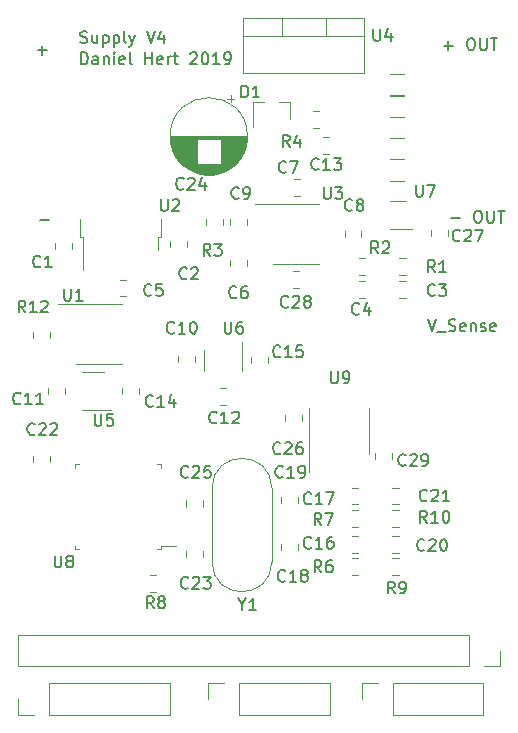
<source format=gto>
G04 #@! TF.GenerationSoftware,KiCad,Pcbnew,(5.1.2)-2*
G04 #@! TF.CreationDate,2019-09-22T20:35:15+02:00*
G04 #@! TF.ProjectId,PowerSupply,506f7765-7253-4757-9070-6c792e6b6963,rev?*
G04 #@! TF.SameCoordinates,Original*
G04 #@! TF.FileFunction,Legend,Top*
G04 #@! TF.FilePolarity,Positive*
%FSLAX46Y46*%
G04 Gerber Fmt 4.6, Leading zero omitted, Abs format (unit mm)*
G04 Created by KiCad (PCBNEW (5.1.2)-2) date 2019-09-22 20:35:15*
%MOMM*%
%LPD*%
G04 APERTURE LIST*
%ADD10C,0.150000*%
%ADD11C,0.120000*%
G04 APERTURE END LIST*
D10*
X78619047Y-81271428D02*
X79380952Y-81271428D01*
X113409523Y-81071428D02*
X114171428Y-81071428D01*
X115600000Y-80452380D02*
X115790476Y-80452380D01*
X115885714Y-80500000D01*
X115980952Y-80595238D01*
X116028571Y-80785714D01*
X116028571Y-81119047D01*
X115980952Y-81309523D01*
X115885714Y-81404761D01*
X115790476Y-81452380D01*
X115600000Y-81452380D01*
X115504761Y-81404761D01*
X115409523Y-81309523D01*
X115361904Y-81119047D01*
X115361904Y-80785714D01*
X115409523Y-80595238D01*
X115504761Y-80500000D01*
X115600000Y-80452380D01*
X116457142Y-80452380D02*
X116457142Y-81261904D01*
X116504761Y-81357142D01*
X116552380Y-81404761D01*
X116647619Y-81452380D01*
X116838095Y-81452380D01*
X116933333Y-81404761D01*
X116980952Y-81357142D01*
X117028571Y-81261904D01*
X117028571Y-80452380D01*
X117361904Y-80452380D02*
X117933333Y-80452380D01*
X117647619Y-81452380D02*
X117647619Y-80452380D01*
X111495238Y-89652380D02*
X111828571Y-90652380D01*
X112161904Y-89652380D01*
X112257142Y-90747619D02*
X113019047Y-90747619D01*
X113209523Y-90604761D02*
X113352380Y-90652380D01*
X113590476Y-90652380D01*
X113685714Y-90604761D01*
X113733333Y-90557142D01*
X113780952Y-90461904D01*
X113780952Y-90366666D01*
X113733333Y-90271428D01*
X113685714Y-90223809D01*
X113590476Y-90176190D01*
X113400000Y-90128571D01*
X113304761Y-90080952D01*
X113257142Y-90033333D01*
X113209523Y-89938095D01*
X113209523Y-89842857D01*
X113257142Y-89747619D01*
X113304761Y-89700000D01*
X113400000Y-89652380D01*
X113638095Y-89652380D01*
X113780952Y-89700000D01*
X114590476Y-90604761D02*
X114495238Y-90652380D01*
X114304761Y-90652380D01*
X114209523Y-90604761D01*
X114161904Y-90509523D01*
X114161904Y-90128571D01*
X114209523Y-90033333D01*
X114304761Y-89985714D01*
X114495238Y-89985714D01*
X114590476Y-90033333D01*
X114638095Y-90128571D01*
X114638095Y-90223809D01*
X114161904Y-90319047D01*
X115066666Y-89985714D02*
X115066666Y-90652380D01*
X115066666Y-90080952D02*
X115114285Y-90033333D01*
X115209523Y-89985714D01*
X115352380Y-89985714D01*
X115447619Y-90033333D01*
X115495238Y-90128571D01*
X115495238Y-90652380D01*
X115923809Y-90604761D02*
X116019047Y-90652380D01*
X116209523Y-90652380D01*
X116304761Y-90604761D01*
X116352380Y-90509523D01*
X116352380Y-90461904D01*
X116304761Y-90366666D01*
X116209523Y-90319047D01*
X116066666Y-90319047D01*
X115971428Y-90271428D01*
X115923809Y-90176190D01*
X115923809Y-90128571D01*
X115971428Y-90033333D01*
X116066666Y-89985714D01*
X116209523Y-89985714D01*
X116304761Y-90033333D01*
X117161904Y-90604761D02*
X117066666Y-90652380D01*
X116876190Y-90652380D01*
X116780952Y-90604761D01*
X116733333Y-90509523D01*
X116733333Y-90128571D01*
X116780952Y-90033333D01*
X116876190Y-89985714D01*
X117066666Y-89985714D01*
X117161904Y-90033333D01*
X117209523Y-90128571D01*
X117209523Y-90223809D01*
X116733333Y-90319047D01*
X112809523Y-66471428D02*
X113571428Y-66471428D01*
X113190476Y-66852380D02*
X113190476Y-66090476D01*
X115000000Y-65852380D02*
X115190476Y-65852380D01*
X115285714Y-65900000D01*
X115380952Y-65995238D01*
X115428571Y-66185714D01*
X115428571Y-66519047D01*
X115380952Y-66709523D01*
X115285714Y-66804761D01*
X115190476Y-66852380D01*
X115000000Y-66852380D01*
X114904761Y-66804761D01*
X114809523Y-66709523D01*
X114761904Y-66519047D01*
X114761904Y-66185714D01*
X114809523Y-65995238D01*
X114904761Y-65900000D01*
X115000000Y-65852380D01*
X115857142Y-65852380D02*
X115857142Y-66661904D01*
X115904761Y-66757142D01*
X115952380Y-66804761D01*
X116047619Y-66852380D01*
X116238095Y-66852380D01*
X116333333Y-66804761D01*
X116380952Y-66757142D01*
X116428571Y-66661904D01*
X116428571Y-65852380D01*
X116761904Y-65852380D02*
X117333333Y-65852380D01*
X117047619Y-66852380D02*
X117047619Y-65852380D01*
X78419047Y-66871428D02*
X79180952Y-66871428D01*
X78800000Y-67252380D02*
X78800000Y-66490476D01*
X82090476Y-68052380D02*
X82090476Y-67052380D01*
X82328571Y-67052380D01*
X82471428Y-67100000D01*
X82566666Y-67195238D01*
X82614285Y-67290476D01*
X82661904Y-67480952D01*
X82661904Y-67623809D01*
X82614285Y-67814285D01*
X82566666Y-67909523D01*
X82471428Y-68004761D01*
X82328571Y-68052380D01*
X82090476Y-68052380D01*
X83519047Y-68052380D02*
X83519047Y-67528571D01*
X83471428Y-67433333D01*
X83376190Y-67385714D01*
X83185714Y-67385714D01*
X83090476Y-67433333D01*
X83519047Y-68004761D02*
X83423809Y-68052380D01*
X83185714Y-68052380D01*
X83090476Y-68004761D01*
X83042857Y-67909523D01*
X83042857Y-67814285D01*
X83090476Y-67719047D01*
X83185714Y-67671428D01*
X83423809Y-67671428D01*
X83519047Y-67623809D01*
X83995238Y-67385714D02*
X83995238Y-68052380D01*
X83995238Y-67480952D02*
X84042857Y-67433333D01*
X84138095Y-67385714D01*
X84280952Y-67385714D01*
X84376190Y-67433333D01*
X84423809Y-67528571D01*
X84423809Y-68052380D01*
X84900000Y-68052380D02*
X84900000Y-67385714D01*
X84900000Y-67052380D02*
X84852380Y-67100000D01*
X84900000Y-67147619D01*
X84947619Y-67100000D01*
X84900000Y-67052380D01*
X84900000Y-67147619D01*
X85757142Y-68004761D02*
X85661904Y-68052380D01*
X85471428Y-68052380D01*
X85376190Y-68004761D01*
X85328571Y-67909523D01*
X85328571Y-67528571D01*
X85376190Y-67433333D01*
X85471428Y-67385714D01*
X85661904Y-67385714D01*
X85757142Y-67433333D01*
X85804761Y-67528571D01*
X85804761Y-67623809D01*
X85328571Y-67719047D01*
X86376190Y-68052380D02*
X86280952Y-68004761D01*
X86233333Y-67909523D01*
X86233333Y-67052380D01*
X87519047Y-68052380D02*
X87519047Y-67052380D01*
X87519047Y-67528571D02*
X88090476Y-67528571D01*
X88090476Y-68052380D02*
X88090476Y-67052380D01*
X88947619Y-68004761D02*
X88852380Y-68052380D01*
X88661904Y-68052380D01*
X88566666Y-68004761D01*
X88519047Y-67909523D01*
X88519047Y-67528571D01*
X88566666Y-67433333D01*
X88661904Y-67385714D01*
X88852380Y-67385714D01*
X88947619Y-67433333D01*
X88995238Y-67528571D01*
X88995238Y-67623809D01*
X88519047Y-67719047D01*
X89423809Y-68052380D02*
X89423809Y-67385714D01*
X89423809Y-67576190D02*
X89471428Y-67480952D01*
X89519047Y-67433333D01*
X89614285Y-67385714D01*
X89709523Y-67385714D01*
X89900000Y-67385714D02*
X90280952Y-67385714D01*
X90042857Y-67052380D02*
X90042857Y-67909523D01*
X90090476Y-68004761D01*
X90185714Y-68052380D01*
X90280952Y-68052380D01*
X91328571Y-67147619D02*
X91376190Y-67100000D01*
X91471428Y-67052380D01*
X91709523Y-67052380D01*
X91804761Y-67100000D01*
X91852380Y-67147619D01*
X91900000Y-67242857D01*
X91900000Y-67338095D01*
X91852380Y-67480952D01*
X91280952Y-68052380D01*
X91900000Y-68052380D01*
X92519047Y-67052380D02*
X92614285Y-67052380D01*
X92709523Y-67100000D01*
X92757142Y-67147619D01*
X92804761Y-67242857D01*
X92852380Y-67433333D01*
X92852380Y-67671428D01*
X92804761Y-67861904D01*
X92757142Y-67957142D01*
X92709523Y-68004761D01*
X92614285Y-68052380D01*
X92519047Y-68052380D01*
X92423809Y-68004761D01*
X92376190Y-67957142D01*
X92328571Y-67861904D01*
X92280952Y-67671428D01*
X92280952Y-67433333D01*
X92328571Y-67242857D01*
X92376190Y-67147619D01*
X92423809Y-67100000D01*
X92519047Y-67052380D01*
X93804761Y-68052380D02*
X93233333Y-68052380D01*
X93519047Y-68052380D02*
X93519047Y-67052380D01*
X93423809Y-67195238D01*
X93328571Y-67290476D01*
X93233333Y-67338095D01*
X94280952Y-68052380D02*
X94471428Y-68052380D01*
X94566666Y-68004761D01*
X94614285Y-67957142D01*
X94709523Y-67814285D01*
X94757142Y-67623809D01*
X94757142Y-67242857D01*
X94709523Y-67147619D01*
X94661904Y-67100000D01*
X94566666Y-67052380D01*
X94376190Y-67052380D01*
X94280952Y-67100000D01*
X94233333Y-67147619D01*
X94185714Y-67242857D01*
X94185714Y-67480952D01*
X94233333Y-67576190D01*
X94280952Y-67623809D01*
X94376190Y-67671428D01*
X94566666Y-67671428D01*
X94661904Y-67623809D01*
X94709523Y-67576190D01*
X94757142Y-67480952D01*
X82028571Y-66204761D02*
X82171428Y-66252380D01*
X82409523Y-66252380D01*
X82504761Y-66204761D01*
X82552380Y-66157142D01*
X82600000Y-66061904D01*
X82600000Y-65966666D01*
X82552380Y-65871428D01*
X82504761Y-65823809D01*
X82409523Y-65776190D01*
X82219047Y-65728571D01*
X82123809Y-65680952D01*
X82076190Y-65633333D01*
X82028571Y-65538095D01*
X82028571Y-65442857D01*
X82076190Y-65347619D01*
X82123809Y-65300000D01*
X82219047Y-65252380D01*
X82457142Y-65252380D01*
X82600000Y-65300000D01*
X83457142Y-65585714D02*
X83457142Y-66252380D01*
X83028571Y-65585714D02*
X83028571Y-66109523D01*
X83076190Y-66204761D01*
X83171428Y-66252380D01*
X83314285Y-66252380D01*
X83409523Y-66204761D01*
X83457142Y-66157142D01*
X83933333Y-65585714D02*
X83933333Y-66585714D01*
X83933333Y-65633333D02*
X84028571Y-65585714D01*
X84219047Y-65585714D01*
X84314285Y-65633333D01*
X84361904Y-65680952D01*
X84409523Y-65776190D01*
X84409523Y-66061904D01*
X84361904Y-66157142D01*
X84314285Y-66204761D01*
X84219047Y-66252380D01*
X84028571Y-66252380D01*
X83933333Y-66204761D01*
X84838095Y-65585714D02*
X84838095Y-66585714D01*
X84838095Y-65633333D02*
X84933333Y-65585714D01*
X85123809Y-65585714D01*
X85219047Y-65633333D01*
X85266666Y-65680952D01*
X85314285Y-65776190D01*
X85314285Y-66061904D01*
X85266666Y-66157142D01*
X85219047Y-66204761D01*
X85123809Y-66252380D01*
X84933333Y-66252380D01*
X84838095Y-66204761D01*
X85885714Y-66252380D02*
X85790476Y-66204761D01*
X85742857Y-66109523D01*
X85742857Y-65252380D01*
X86171428Y-65585714D02*
X86409523Y-66252380D01*
X86647619Y-65585714D02*
X86409523Y-66252380D01*
X86314285Y-66490476D01*
X86266666Y-66538095D01*
X86171428Y-66585714D01*
X87647619Y-65252380D02*
X87980952Y-66252380D01*
X88314285Y-65252380D01*
X89076190Y-65585714D02*
X89076190Y-66252380D01*
X88838095Y-65204761D02*
X88600000Y-65919047D01*
X89219047Y-65919047D01*
D11*
X108200000Y-81960000D02*
X110100000Y-81960000D01*
X109600000Y-79640000D02*
X108200000Y-79640000D01*
X101741422Y-73410000D02*
X102258578Y-73410000D01*
X101741422Y-71990000D02*
X102258578Y-71990000D01*
X79890000Y-83658578D02*
X79890000Y-83141422D01*
X81310000Y-83658578D02*
X81310000Y-83141422D01*
X91010000Y-83558578D02*
X91010000Y-83041422D01*
X89590000Y-83558578D02*
X89590000Y-83041422D01*
X109041422Y-87810000D02*
X109558578Y-87810000D01*
X109041422Y-86390000D02*
X109558578Y-86390000D01*
X106158578Y-84490000D02*
X105641422Y-84490000D01*
X106158578Y-85910000D02*
X105641422Y-85910000D01*
X85341422Y-87710000D02*
X85858578Y-87710000D01*
X85341422Y-86290000D02*
X85858578Y-86290000D01*
X96110000Y-84603922D02*
X96110000Y-85121078D01*
X94690000Y-84603922D02*
X94690000Y-85121078D01*
X100658578Y-79210000D02*
X100141422Y-79210000D01*
X100658578Y-77790000D02*
X100141422Y-77790000D01*
X104390000Y-82141422D02*
X104390000Y-82658578D01*
X105810000Y-82141422D02*
X105810000Y-82658578D01*
X94690000Y-81141422D02*
X94690000Y-81658578D01*
X96110000Y-81141422D02*
X96110000Y-81658578D01*
X90290000Y-93258578D02*
X90290000Y-92741422D01*
X91710000Y-93258578D02*
X91710000Y-92741422D01*
X80710000Y-95441422D02*
X80710000Y-95958578D01*
X79290000Y-95441422D02*
X79290000Y-95958578D01*
X93841422Y-95490000D02*
X94358578Y-95490000D01*
X93841422Y-96910000D02*
X94358578Y-96910000D01*
X103096078Y-74190000D02*
X102578922Y-74190000D01*
X103096078Y-75610000D02*
X102578922Y-75610000D01*
X85590000Y-95478922D02*
X85590000Y-95996078D01*
X87010000Y-95478922D02*
X87010000Y-95996078D01*
X97910000Y-93358578D02*
X97910000Y-92841422D01*
X96490000Y-93358578D02*
X96490000Y-92841422D01*
X105041422Y-109890000D02*
X105558578Y-109890000D01*
X105041422Y-111310000D02*
X105558578Y-111310000D01*
X105041422Y-105790000D02*
X105558578Y-105790000D01*
X105041422Y-107210000D02*
X105558578Y-107210000D01*
X100410000Y-109196078D02*
X100410000Y-108678922D01*
X98990000Y-109196078D02*
X98990000Y-108678922D01*
X100410000Y-104678922D02*
X100410000Y-105196078D01*
X98990000Y-104678922D02*
X98990000Y-105196078D01*
X108441422Y-109890000D02*
X108958578Y-109890000D01*
X108441422Y-111310000D02*
X108958578Y-111310000D01*
X108441422Y-105790000D02*
X108958578Y-105790000D01*
X108441422Y-107210000D02*
X108958578Y-107210000D01*
X77990000Y-101758578D02*
X77990000Y-101241422D01*
X79410000Y-101758578D02*
X79410000Y-101241422D01*
X90990000Y-109241422D02*
X90990000Y-109758578D01*
X92410000Y-109241422D02*
X92410000Y-109758578D01*
X92410000Y-104978922D02*
X92410000Y-105496078D01*
X90990000Y-104978922D02*
X90990000Y-105496078D01*
X99390000Y-97741422D02*
X99390000Y-98258578D01*
X100810000Y-97741422D02*
X100810000Y-98258578D01*
X99780000Y-71240000D02*
X98850000Y-71240000D01*
X96620000Y-71240000D02*
X97550000Y-71240000D01*
X96620000Y-71240000D02*
X96620000Y-73400000D01*
X99780000Y-71240000D02*
X99780000Y-72700000D01*
X89590000Y-123130000D02*
X89590000Y-120470000D01*
X79370000Y-123130000D02*
X89590000Y-123130000D01*
X79370000Y-120470000D02*
X89590000Y-120470000D01*
X79370000Y-123130000D02*
X79370000Y-120470000D01*
X78100000Y-123130000D02*
X76770000Y-123130000D01*
X76770000Y-123130000D02*
X76770000Y-121800000D01*
X108470000Y-123130000D02*
X108470000Y-120470000D01*
X108470000Y-123130000D02*
X116150000Y-123130000D01*
X116150000Y-123130000D02*
X116150000Y-120470000D01*
X108470000Y-120470000D02*
X116150000Y-120470000D01*
X105870000Y-120470000D02*
X107200000Y-120470000D01*
X105870000Y-121800000D02*
X105870000Y-120470000D01*
X92870000Y-121800000D02*
X92870000Y-120470000D01*
X92870000Y-120470000D02*
X94200000Y-120470000D01*
X95470000Y-120470000D02*
X103150000Y-120470000D01*
X103150000Y-123130000D02*
X103150000Y-120470000D01*
X95470000Y-123130000D02*
X103150000Y-123130000D01*
X95470000Y-123130000D02*
X95470000Y-120470000D01*
X114930000Y-116370000D02*
X114930000Y-119030000D01*
X114930000Y-116370000D02*
X76770000Y-116370000D01*
X76770000Y-116370000D02*
X76770000Y-119030000D01*
X114930000Y-119030000D02*
X76770000Y-119030000D01*
X117530000Y-119030000D02*
X116200000Y-119030000D01*
X117530000Y-117700000D02*
X117530000Y-119030000D01*
X109041422Y-84490000D02*
X109558578Y-84490000D01*
X109041422Y-85910000D02*
X109558578Y-85910000D01*
X105641422Y-87810000D02*
X106158578Y-87810000D01*
X105641422Y-86390000D02*
X106158578Y-86390000D01*
X92690000Y-81658578D02*
X92690000Y-81141422D01*
X94110000Y-81658578D02*
X94110000Y-81141422D01*
X105558578Y-107990000D02*
X105041422Y-107990000D01*
X105558578Y-109410000D02*
X105041422Y-109410000D01*
X105558578Y-103890000D02*
X105041422Y-103890000D01*
X105558578Y-105310000D02*
X105041422Y-105310000D01*
X88458578Y-111290000D02*
X87941422Y-111290000D01*
X88458578Y-112710000D02*
X87941422Y-112710000D01*
X108958578Y-109410000D02*
X108441422Y-109410000D01*
X108958578Y-107990000D02*
X108441422Y-107990000D01*
X108958578Y-105310000D02*
X108441422Y-105310000D01*
X108958578Y-103890000D02*
X108441422Y-103890000D01*
X79410000Y-91258578D02*
X79410000Y-90741422D01*
X77990000Y-91258578D02*
X77990000Y-90741422D01*
X83600000Y-88340000D02*
X80150000Y-88340000D01*
X83600000Y-88340000D02*
X85550000Y-88340000D01*
X83600000Y-93460000D02*
X81650000Y-93460000D01*
X83600000Y-93460000D02*
X85550000Y-93460000D01*
X81950000Y-81170000D02*
X81950000Y-82670000D01*
X81950000Y-82670000D02*
X82220000Y-82670000D01*
X82220000Y-82670000D02*
X82220000Y-85500000D01*
X88850000Y-81170000D02*
X88850000Y-82670000D01*
X88850000Y-82670000D02*
X88580000Y-82670000D01*
X88580000Y-82670000D02*
X88580000Y-83770000D01*
X100300000Y-84960000D02*
X102250000Y-84960000D01*
X100300000Y-84960000D02*
X98350000Y-84960000D01*
X100300000Y-79840000D02*
X102250000Y-79840000D01*
X100300000Y-79840000D02*
X96850000Y-79840000D01*
X95820000Y-64130000D02*
X106060000Y-64130000D01*
X95820000Y-68771000D02*
X106060000Y-68771000D01*
X95820000Y-64130000D02*
X95820000Y-68771000D01*
X106060000Y-64130000D02*
X106060000Y-68771000D01*
X95820000Y-65640000D02*
X106060000Y-65640000D01*
X99090000Y-64130000D02*
X99090000Y-65640000D01*
X102791000Y-64130000D02*
X102791000Y-65640000D01*
X84000000Y-94090000D02*
X82200000Y-94090000D01*
X82200000Y-97310000D02*
X84650000Y-97310000D01*
X92490000Y-92200000D02*
X92490000Y-94000000D01*
X95710000Y-94000000D02*
X95710000Y-91550000D01*
X81890000Y-101890000D02*
X81590000Y-101890000D01*
X81590000Y-101890000D02*
X81590000Y-102190000D01*
X88510000Y-101890000D02*
X88810000Y-101890000D01*
X88810000Y-101890000D02*
X88810000Y-102190000D01*
X81890000Y-109110000D02*
X81590000Y-109110000D01*
X81590000Y-109110000D02*
X81590000Y-108810000D01*
X88510000Y-109110000D02*
X88810000Y-109110000D01*
X88810000Y-109110000D02*
X88810000Y-108810000D01*
X88810000Y-108810000D02*
X90125000Y-108810000D01*
X106460000Y-99100000D02*
X106460000Y-97150000D01*
X106460000Y-99100000D02*
X106460000Y-101050000D01*
X101340000Y-99100000D02*
X101340000Y-97150000D01*
X101340000Y-99100000D02*
X101340000Y-102550000D01*
X93175000Y-110185000D02*
X93175000Y-103935000D01*
X98225000Y-110185000D02*
X98225000Y-103935000D01*
X98225000Y-110185000D02*
G75*
G02X93175000Y-110185000I-2525000J0D01*
G01*
X98225000Y-103935000D02*
G75*
G03X93175000Y-103935000I-2525000J0D01*
G01*
X113110000Y-82103922D02*
X113110000Y-82621078D01*
X111690000Y-82103922D02*
X111690000Y-82621078D01*
X109402064Y-72510000D02*
X108197936Y-72510000D01*
X109402064Y-70690000D02*
X108197936Y-70690000D01*
X109402064Y-68890000D02*
X108197936Y-68890000D01*
X109402064Y-70710000D02*
X108197936Y-70710000D01*
X109402064Y-72490000D02*
X108197936Y-72490000D01*
X109402064Y-74310000D02*
X108197936Y-74310000D01*
X109402064Y-76110000D02*
X108197936Y-76110000D01*
X109402064Y-74290000D02*
X108197936Y-74290000D01*
X109402064Y-77910000D02*
X108197936Y-77910000D01*
X109402064Y-76090000D02*
X108197936Y-76090000D01*
X100003922Y-85590000D02*
X100521078Y-85590000D01*
X100003922Y-87010000D02*
X100521078Y-87010000D01*
X106990000Y-100941422D02*
X106990000Y-101458578D01*
X108410000Y-100941422D02*
X108410000Y-101458578D01*
X96170000Y-74150000D02*
G75*
G03X96170000Y-74150000I-3270000J0D01*
G01*
X96130000Y-74150000D02*
X89670000Y-74150000D01*
X96130000Y-74190000D02*
X89670000Y-74190000D01*
X96130000Y-74230000D02*
X89670000Y-74230000D01*
X96128000Y-74270000D02*
X89672000Y-74270000D01*
X96127000Y-74310000D02*
X89673000Y-74310000D01*
X96124000Y-74350000D02*
X89676000Y-74350000D01*
X96122000Y-74390000D02*
X93940000Y-74390000D01*
X91860000Y-74390000D02*
X89678000Y-74390000D01*
X96118000Y-74430000D02*
X93940000Y-74430000D01*
X91860000Y-74430000D02*
X89682000Y-74430000D01*
X96115000Y-74470000D02*
X93940000Y-74470000D01*
X91860000Y-74470000D02*
X89685000Y-74470000D01*
X96111000Y-74510000D02*
X93940000Y-74510000D01*
X91860000Y-74510000D02*
X89689000Y-74510000D01*
X96106000Y-74550000D02*
X93940000Y-74550000D01*
X91860000Y-74550000D02*
X89694000Y-74550000D01*
X96101000Y-74590000D02*
X93940000Y-74590000D01*
X91860000Y-74590000D02*
X89699000Y-74590000D01*
X96095000Y-74630000D02*
X93940000Y-74630000D01*
X91860000Y-74630000D02*
X89705000Y-74630000D01*
X96089000Y-74670000D02*
X93940000Y-74670000D01*
X91860000Y-74670000D02*
X89711000Y-74670000D01*
X96082000Y-74710000D02*
X93940000Y-74710000D01*
X91860000Y-74710000D02*
X89718000Y-74710000D01*
X96075000Y-74750000D02*
X93940000Y-74750000D01*
X91860000Y-74750000D02*
X89725000Y-74750000D01*
X96067000Y-74790000D02*
X93940000Y-74790000D01*
X91860000Y-74790000D02*
X89733000Y-74790000D01*
X96059000Y-74830000D02*
X93940000Y-74830000D01*
X91860000Y-74830000D02*
X89741000Y-74830000D01*
X96050000Y-74871000D02*
X93940000Y-74871000D01*
X91860000Y-74871000D02*
X89750000Y-74871000D01*
X96041000Y-74911000D02*
X93940000Y-74911000D01*
X91860000Y-74911000D02*
X89759000Y-74911000D01*
X96031000Y-74951000D02*
X93940000Y-74951000D01*
X91860000Y-74951000D02*
X89769000Y-74951000D01*
X96021000Y-74991000D02*
X93940000Y-74991000D01*
X91860000Y-74991000D02*
X89779000Y-74991000D01*
X96010000Y-75031000D02*
X93940000Y-75031000D01*
X91860000Y-75031000D02*
X89790000Y-75031000D01*
X95998000Y-75071000D02*
X93940000Y-75071000D01*
X91860000Y-75071000D02*
X89802000Y-75071000D01*
X95986000Y-75111000D02*
X93940000Y-75111000D01*
X91860000Y-75111000D02*
X89814000Y-75111000D01*
X95974000Y-75151000D02*
X93940000Y-75151000D01*
X91860000Y-75151000D02*
X89826000Y-75151000D01*
X95961000Y-75191000D02*
X93940000Y-75191000D01*
X91860000Y-75191000D02*
X89839000Y-75191000D01*
X95947000Y-75231000D02*
X93940000Y-75231000D01*
X91860000Y-75231000D02*
X89853000Y-75231000D01*
X95933000Y-75271000D02*
X93940000Y-75271000D01*
X91860000Y-75271000D02*
X89867000Y-75271000D01*
X95918000Y-75311000D02*
X93940000Y-75311000D01*
X91860000Y-75311000D02*
X89882000Y-75311000D01*
X95902000Y-75351000D02*
X93940000Y-75351000D01*
X91860000Y-75351000D02*
X89898000Y-75351000D01*
X95886000Y-75391000D02*
X93940000Y-75391000D01*
X91860000Y-75391000D02*
X89914000Y-75391000D01*
X95870000Y-75431000D02*
X93940000Y-75431000D01*
X91860000Y-75431000D02*
X89930000Y-75431000D01*
X95852000Y-75471000D02*
X93940000Y-75471000D01*
X91860000Y-75471000D02*
X89948000Y-75471000D01*
X95834000Y-75511000D02*
X93940000Y-75511000D01*
X91860000Y-75511000D02*
X89966000Y-75511000D01*
X95816000Y-75551000D02*
X93940000Y-75551000D01*
X91860000Y-75551000D02*
X89984000Y-75551000D01*
X95796000Y-75591000D02*
X93940000Y-75591000D01*
X91860000Y-75591000D02*
X90004000Y-75591000D01*
X95776000Y-75631000D02*
X93940000Y-75631000D01*
X91860000Y-75631000D02*
X90024000Y-75631000D01*
X95756000Y-75671000D02*
X93940000Y-75671000D01*
X91860000Y-75671000D02*
X90044000Y-75671000D01*
X95734000Y-75711000D02*
X93940000Y-75711000D01*
X91860000Y-75711000D02*
X90066000Y-75711000D01*
X95712000Y-75751000D02*
X93940000Y-75751000D01*
X91860000Y-75751000D02*
X90088000Y-75751000D01*
X95690000Y-75791000D02*
X93940000Y-75791000D01*
X91860000Y-75791000D02*
X90110000Y-75791000D01*
X95666000Y-75831000D02*
X93940000Y-75831000D01*
X91860000Y-75831000D02*
X90134000Y-75831000D01*
X95642000Y-75871000D02*
X93940000Y-75871000D01*
X91860000Y-75871000D02*
X90158000Y-75871000D01*
X95616000Y-75911000D02*
X93940000Y-75911000D01*
X91860000Y-75911000D02*
X90184000Y-75911000D01*
X95590000Y-75951000D02*
X93940000Y-75951000D01*
X91860000Y-75951000D02*
X90210000Y-75951000D01*
X95564000Y-75991000D02*
X93940000Y-75991000D01*
X91860000Y-75991000D02*
X90236000Y-75991000D01*
X95536000Y-76031000D02*
X93940000Y-76031000D01*
X91860000Y-76031000D02*
X90264000Y-76031000D01*
X95507000Y-76071000D02*
X93940000Y-76071000D01*
X91860000Y-76071000D02*
X90293000Y-76071000D01*
X95478000Y-76111000D02*
X93940000Y-76111000D01*
X91860000Y-76111000D02*
X90322000Y-76111000D01*
X95448000Y-76151000D02*
X93940000Y-76151000D01*
X91860000Y-76151000D02*
X90352000Y-76151000D01*
X95416000Y-76191000D02*
X93940000Y-76191000D01*
X91860000Y-76191000D02*
X90384000Y-76191000D01*
X95384000Y-76231000D02*
X93940000Y-76231000D01*
X91860000Y-76231000D02*
X90416000Y-76231000D01*
X95350000Y-76271000D02*
X93940000Y-76271000D01*
X91860000Y-76271000D02*
X90450000Y-76271000D01*
X95316000Y-76311000D02*
X93940000Y-76311000D01*
X91860000Y-76311000D02*
X90484000Y-76311000D01*
X95280000Y-76351000D02*
X93940000Y-76351000D01*
X91860000Y-76351000D02*
X90520000Y-76351000D01*
X95243000Y-76391000D02*
X93940000Y-76391000D01*
X91860000Y-76391000D02*
X90557000Y-76391000D01*
X95205000Y-76431000D02*
X93940000Y-76431000D01*
X91860000Y-76431000D02*
X90595000Y-76431000D01*
X95165000Y-76471000D02*
X90635000Y-76471000D01*
X95124000Y-76511000D02*
X90676000Y-76511000D01*
X95082000Y-76551000D02*
X90718000Y-76551000D01*
X95037000Y-76591000D02*
X90763000Y-76591000D01*
X94992000Y-76631000D02*
X90808000Y-76631000D01*
X94944000Y-76671000D02*
X90856000Y-76671000D01*
X94895000Y-76711000D02*
X90905000Y-76711000D01*
X94844000Y-76751000D02*
X90956000Y-76751000D01*
X94790000Y-76791000D02*
X91010000Y-76791000D01*
X94734000Y-76831000D02*
X91066000Y-76831000D01*
X94676000Y-76871000D02*
X91124000Y-76871000D01*
X94614000Y-76911000D02*
X91186000Y-76911000D01*
X94550000Y-76951000D02*
X91250000Y-76951000D01*
X94481000Y-76991000D02*
X91319000Y-76991000D01*
X94409000Y-77031000D02*
X91391000Y-77031000D01*
X94332000Y-77071000D02*
X91468000Y-77071000D01*
X94250000Y-77111000D02*
X91550000Y-77111000D01*
X94162000Y-77151000D02*
X91638000Y-77151000D01*
X94065000Y-77191000D02*
X91735000Y-77191000D01*
X93959000Y-77231000D02*
X91841000Y-77231000D01*
X93840000Y-77271000D02*
X91960000Y-77271000D01*
X93702000Y-77311000D02*
X92098000Y-77311000D01*
X93533000Y-77351000D02*
X92267000Y-77351000D01*
X93302000Y-77391000D02*
X92498000Y-77391000D01*
X94739000Y-70649759D02*
X94739000Y-71279759D01*
X95054000Y-70964759D02*
X94424000Y-70964759D01*
D10*
X110438095Y-78252380D02*
X110438095Y-79061904D01*
X110485714Y-79157142D01*
X110533333Y-79204761D01*
X110628571Y-79252380D01*
X110819047Y-79252380D01*
X110914285Y-79204761D01*
X110961904Y-79157142D01*
X111009523Y-79061904D01*
X111009523Y-78252380D01*
X111390476Y-78252380D02*
X112057142Y-78252380D01*
X111628571Y-79252380D01*
X99733333Y-75052380D02*
X99400000Y-74576190D01*
X99161904Y-75052380D02*
X99161904Y-74052380D01*
X99542857Y-74052380D01*
X99638095Y-74100000D01*
X99685714Y-74147619D01*
X99733333Y-74242857D01*
X99733333Y-74385714D01*
X99685714Y-74480952D01*
X99638095Y-74528571D01*
X99542857Y-74576190D01*
X99161904Y-74576190D01*
X100590476Y-74385714D02*
X100590476Y-75052380D01*
X100352380Y-74004761D02*
X100114285Y-74719047D01*
X100733333Y-74719047D01*
X78633333Y-85157142D02*
X78585714Y-85204761D01*
X78442857Y-85252380D01*
X78347619Y-85252380D01*
X78204761Y-85204761D01*
X78109523Y-85109523D01*
X78061904Y-85014285D01*
X78014285Y-84823809D01*
X78014285Y-84680952D01*
X78061904Y-84490476D01*
X78109523Y-84395238D01*
X78204761Y-84300000D01*
X78347619Y-84252380D01*
X78442857Y-84252380D01*
X78585714Y-84300000D01*
X78633333Y-84347619D01*
X79585714Y-85252380D02*
X79014285Y-85252380D01*
X79300000Y-85252380D02*
X79300000Y-84252380D01*
X79204761Y-84395238D01*
X79109523Y-84490476D01*
X79014285Y-84538095D01*
X91033333Y-86157142D02*
X90985714Y-86204761D01*
X90842857Y-86252380D01*
X90747619Y-86252380D01*
X90604761Y-86204761D01*
X90509523Y-86109523D01*
X90461904Y-86014285D01*
X90414285Y-85823809D01*
X90414285Y-85680952D01*
X90461904Y-85490476D01*
X90509523Y-85395238D01*
X90604761Y-85300000D01*
X90747619Y-85252380D01*
X90842857Y-85252380D01*
X90985714Y-85300000D01*
X91033333Y-85347619D01*
X91414285Y-85347619D02*
X91461904Y-85300000D01*
X91557142Y-85252380D01*
X91795238Y-85252380D01*
X91890476Y-85300000D01*
X91938095Y-85347619D01*
X91985714Y-85442857D01*
X91985714Y-85538095D01*
X91938095Y-85680952D01*
X91366666Y-86252380D01*
X91985714Y-86252380D01*
X112033333Y-87557142D02*
X111985714Y-87604761D01*
X111842857Y-87652380D01*
X111747619Y-87652380D01*
X111604761Y-87604761D01*
X111509523Y-87509523D01*
X111461904Y-87414285D01*
X111414285Y-87223809D01*
X111414285Y-87080952D01*
X111461904Y-86890476D01*
X111509523Y-86795238D01*
X111604761Y-86700000D01*
X111747619Y-86652380D01*
X111842857Y-86652380D01*
X111985714Y-86700000D01*
X112033333Y-86747619D01*
X112366666Y-86652380D02*
X112985714Y-86652380D01*
X112652380Y-87033333D01*
X112795238Y-87033333D01*
X112890476Y-87080952D01*
X112938095Y-87128571D01*
X112985714Y-87223809D01*
X112985714Y-87461904D01*
X112938095Y-87557142D01*
X112890476Y-87604761D01*
X112795238Y-87652380D01*
X112509523Y-87652380D01*
X112414285Y-87604761D01*
X112366666Y-87557142D01*
X105633333Y-89157142D02*
X105585714Y-89204761D01*
X105442857Y-89252380D01*
X105347619Y-89252380D01*
X105204761Y-89204761D01*
X105109523Y-89109523D01*
X105061904Y-89014285D01*
X105014285Y-88823809D01*
X105014285Y-88680952D01*
X105061904Y-88490476D01*
X105109523Y-88395238D01*
X105204761Y-88300000D01*
X105347619Y-88252380D01*
X105442857Y-88252380D01*
X105585714Y-88300000D01*
X105633333Y-88347619D01*
X106490476Y-88585714D02*
X106490476Y-89252380D01*
X106252380Y-88204761D02*
X106014285Y-88919047D01*
X106633333Y-88919047D01*
X88033333Y-87557142D02*
X87985714Y-87604761D01*
X87842857Y-87652380D01*
X87747619Y-87652380D01*
X87604761Y-87604761D01*
X87509523Y-87509523D01*
X87461904Y-87414285D01*
X87414285Y-87223809D01*
X87414285Y-87080952D01*
X87461904Y-86890476D01*
X87509523Y-86795238D01*
X87604761Y-86700000D01*
X87747619Y-86652380D01*
X87842857Y-86652380D01*
X87985714Y-86700000D01*
X88033333Y-86747619D01*
X88938095Y-86652380D02*
X88461904Y-86652380D01*
X88414285Y-87128571D01*
X88461904Y-87080952D01*
X88557142Y-87033333D01*
X88795238Y-87033333D01*
X88890476Y-87080952D01*
X88938095Y-87128571D01*
X88985714Y-87223809D01*
X88985714Y-87461904D01*
X88938095Y-87557142D01*
X88890476Y-87604761D01*
X88795238Y-87652380D01*
X88557142Y-87652380D01*
X88461904Y-87604761D01*
X88414285Y-87557142D01*
X95233333Y-87757142D02*
X95185714Y-87804761D01*
X95042857Y-87852380D01*
X94947619Y-87852380D01*
X94804761Y-87804761D01*
X94709523Y-87709523D01*
X94661904Y-87614285D01*
X94614285Y-87423809D01*
X94614285Y-87280952D01*
X94661904Y-87090476D01*
X94709523Y-86995238D01*
X94804761Y-86900000D01*
X94947619Y-86852380D01*
X95042857Y-86852380D01*
X95185714Y-86900000D01*
X95233333Y-86947619D01*
X96090476Y-86852380D02*
X95900000Y-86852380D01*
X95804761Y-86900000D01*
X95757142Y-86947619D01*
X95661904Y-87090476D01*
X95614285Y-87280952D01*
X95614285Y-87661904D01*
X95661904Y-87757142D01*
X95709523Y-87804761D01*
X95804761Y-87852380D01*
X95995238Y-87852380D01*
X96090476Y-87804761D01*
X96138095Y-87757142D01*
X96185714Y-87661904D01*
X96185714Y-87423809D01*
X96138095Y-87328571D01*
X96090476Y-87280952D01*
X95995238Y-87233333D01*
X95804761Y-87233333D01*
X95709523Y-87280952D01*
X95661904Y-87328571D01*
X95614285Y-87423809D01*
X99433333Y-77157142D02*
X99385714Y-77204761D01*
X99242857Y-77252380D01*
X99147619Y-77252380D01*
X99004761Y-77204761D01*
X98909523Y-77109523D01*
X98861904Y-77014285D01*
X98814285Y-76823809D01*
X98814285Y-76680952D01*
X98861904Y-76490476D01*
X98909523Y-76395238D01*
X99004761Y-76300000D01*
X99147619Y-76252380D01*
X99242857Y-76252380D01*
X99385714Y-76300000D01*
X99433333Y-76347619D01*
X99766666Y-76252380D02*
X100433333Y-76252380D01*
X100004761Y-77252380D01*
X105033333Y-80357142D02*
X104985714Y-80404761D01*
X104842857Y-80452380D01*
X104747619Y-80452380D01*
X104604761Y-80404761D01*
X104509523Y-80309523D01*
X104461904Y-80214285D01*
X104414285Y-80023809D01*
X104414285Y-79880952D01*
X104461904Y-79690476D01*
X104509523Y-79595238D01*
X104604761Y-79500000D01*
X104747619Y-79452380D01*
X104842857Y-79452380D01*
X104985714Y-79500000D01*
X105033333Y-79547619D01*
X105604761Y-79880952D02*
X105509523Y-79833333D01*
X105461904Y-79785714D01*
X105414285Y-79690476D01*
X105414285Y-79642857D01*
X105461904Y-79547619D01*
X105509523Y-79500000D01*
X105604761Y-79452380D01*
X105795238Y-79452380D01*
X105890476Y-79500000D01*
X105938095Y-79547619D01*
X105985714Y-79642857D01*
X105985714Y-79690476D01*
X105938095Y-79785714D01*
X105890476Y-79833333D01*
X105795238Y-79880952D01*
X105604761Y-79880952D01*
X105509523Y-79928571D01*
X105461904Y-79976190D01*
X105414285Y-80071428D01*
X105414285Y-80261904D01*
X105461904Y-80357142D01*
X105509523Y-80404761D01*
X105604761Y-80452380D01*
X105795238Y-80452380D01*
X105890476Y-80404761D01*
X105938095Y-80357142D01*
X105985714Y-80261904D01*
X105985714Y-80071428D01*
X105938095Y-79976190D01*
X105890476Y-79928571D01*
X105795238Y-79880952D01*
X95433333Y-79357142D02*
X95385714Y-79404761D01*
X95242857Y-79452380D01*
X95147619Y-79452380D01*
X95004761Y-79404761D01*
X94909523Y-79309523D01*
X94861904Y-79214285D01*
X94814285Y-79023809D01*
X94814285Y-78880952D01*
X94861904Y-78690476D01*
X94909523Y-78595238D01*
X95004761Y-78500000D01*
X95147619Y-78452380D01*
X95242857Y-78452380D01*
X95385714Y-78500000D01*
X95433333Y-78547619D01*
X95909523Y-79452380D02*
X96100000Y-79452380D01*
X96195238Y-79404761D01*
X96242857Y-79357142D01*
X96338095Y-79214285D01*
X96385714Y-79023809D01*
X96385714Y-78642857D01*
X96338095Y-78547619D01*
X96290476Y-78500000D01*
X96195238Y-78452380D01*
X96004761Y-78452380D01*
X95909523Y-78500000D01*
X95861904Y-78547619D01*
X95814285Y-78642857D01*
X95814285Y-78880952D01*
X95861904Y-78976190D01*
X95909523Y-79023809D01*
X96004761Y-79071428D01*
X96195238Y-79071428D01*
X96290476Y-79023809D01*
X96338095Y-78976190D01*
X96385714Y-78880952D01*
X89957142Y-90757142D02*
X89909523Y-90804761D01*
X89766666Y-90852380D01*
X89671428Y-90852380D01*
X89528571Y-90804761D01*
X89433333Y-90709523D01*
X89385714Y-90614285D01*
X89338095Y-90423809D01*
X89338095Y-90280952D01*
X89385714Y-90090476D01*
X89433333Y-89995238D01*
X89528571Y-89900000D01*
X89671428Y-89852380D01*
X89766666Y-89852380D01*
X89909523Y-89900000D01*
X89957142Y-89947619D01*
X90909523Y-90852380D02*
X90338095Y-90852380D01*
X90623809Y-90852380D02*
X90623809Y-89852380D01*
X90528571Y-89995238D01*
X90433333Y-90090476D01*
X90338095Y-90138095D01*
X91528571Y-89852380D02*
X91623809Y-89852380D01*
X91719047Y-89900000D01*
X91766666Y-89947619D01*
X91814285Y-90042857D01*
X91861904Y-90233333D01*
X91861904Y-90471428D01*
X91814285Y-90661904D01*
X91766666Y-90757142D01*
X91719047Y-90804761D01*
X91623809Y-90852380D01*
X91528571Y-90852380D01*
X91433333Y-90804761D01*
X91385714Y-90757142D01*
X91338095Y-90661904D01*
X91290476Y-90471428D01*
X91290476Y-90233333D01*
X91338095Y-90042857D01*
X91385714Y-89947619D01*
X91433333Y-89900000D01*
X91528571Y-89852380D01*
X76957142Y-96757142D02*
X76909523Y-96804761D01*
X76766666Y-96852380D01*
X76671428Y-96852380D01*
X76528571Y-96804761D01*
X76433333Y-96709523D01*
X76385714Y-96614285D01*
X76338095Y-96423809D01*
X76338095Y-96280952D01*
X76385714Y-96090476D01*
X76433333Y-95995238D01*
X76528571Y-95900000D01*
X76671428Y-95852380D01*
X76766666Y-95852380D01*
X76909523Y-95900000D01*
X76957142Y-95947619D01*
X77909523Y-96852380D02*
X77338095Y-96852380D01*
X77623809Y-96852380D02*
X77623809Y-95852380D01*
X77528571Y-95995238D01*
X77433333Y-96090476D01*
X77338095Y-96138095D01*
X78861904Y-96852380D02*
X78290476Y-96852380D01*
X78576190Y-96852380D02*
X78576190Y-95852380D01*
X78480952Y-95995238D01*
X78385714Y-96090476D01*
X78290476Y-96138095D01*
X93557142Y-98357142D02*
X93509523Y-98404761D01*
X93366666Y-98452380D01*
X93271428Y-98452380D01*
X93128571Y-98404761D01*
X93033333Y-98309523D01*
X92985714Y-98214285D01*
X92938095Y-98023809D01*
X92938095Y-97880952D01*
X92985714Y-97690476D01*
X93033333Y-97595238D01*
X93128571Y-97500000D01*
X93271428Y-97452380D01*
X93366666Y-97452380D01*
X93509523Y-97500000D01*
X93557142Y-97547619D01*
X94509523Y-98452380D02*
X93938095Y-98452380D01*
X94223809Y-98452380D02*
X94223809Y-97452380D01*
X94128571Y-97595238D01*
X94033333Y-97690476D01*
X93938095Y-97738095D01*
X94890476Y-97547619D02*
X94938095Y-97500000D01*
X95033333Y-97452380D01*
X95271428Y-97452380D01*
X95366666Y-97500000D01*
X95414285Y-97547619D01*
X95461904Y-97642857D01*
X95461904Y-97738095D01*
X95414285Y-97880952D01*
X94842857Y-98452380D01*
X95461904Y-98452380D01*
X102194642Y-76907142D02*
X102147023Y-76954761D01*
X102004166Y-77002380D01*
X101908928Y-77002380D01*
X101766071Y-76954761D01*
X101670833Y-76859523D01*
X101623214Y-76764285D01*
X101575595Y-76573809D01*
X101575595Y-76430952D01*
X101623214Y-76240476D01*
X101670833Y-76145238D01*
X101766071Y-76050000D01*
X101908928Y-76002380D01*
X102004166Y-76002380D01*
X102147023Y-76050000D01*
X102194642Y-76097619D01*
X103147023Y-77002380D02*
X102575595Y-77002380D01*
X102861309Y-77002380D02*
X102861309Y-76002380D01*
X102766071Y-76145238D01*
X102670833Y-76240476D01*
X102575595Y-76288095D01*
X103480357Y-76002380D02*
X104099404Y-76002380D01*
X103766071Y-76383333D01*
X103908928Y-76383333D01*
X104004166Y-76430952D01*
X104051785Y-76478571D01*
X104099404Y-76573809D01*
X104099404Y-76811904D01*
X104051785Y-76907142D01*
X104004166Y-76954761D01*
X103908928Y-77002380D01*
X103623214Y-77002380D01*
X103527976Y-76954761D01*
X103480357Y-76907142D01*
X88157142Y-96957142D02*
X88109523Y-97004761D01*
X87966666Y-97052380D01*
X87871428Y-97052380D01*
X87728571Y-97004761D01*
X87633333Y-96909523D01*
X87585714Y-96814285D01*
X87538095Y-96623809D01*
X87538095Y-96480952D01*
X87585714Y-96290476D01*
X87633333Y-96195238D01*
X87728571Y-96100000D01*
X87871428Y-96052380D01*
X87966666Y-96052380D01*
X88109523Y-96100000D01*
X88157142Y-96147619D01*
X89109523Y-97052380D02*
X88538095Y-97052380D01*
X88823809Y-97052380D02*
X88823809Y-96052380D01*
X88728571Y-96195238D01*
X88633333Y-96290476D01*
X88538095Y-96338095D01*
X89966666Y-96385714D02*
X89966666Y-97052380D01*
X89728571Y-96004761D02*
X89490476Y-96719047D01*
X90109523Y-96719047D01*
X98957142Y-92757142D02*
X98909523Y-92804761D01*
X98766666Y-92852380D01*
X98671428Y-92852380D01*
X98528571Y-92804761D01*
X98433333Y-92709523D01*
X98385714Y-92614285D01*
X98338095Y-92423809D01*
X98338095Y-92280952D01*
X98385714Y-92090476D01*
X98433333Y-91995238D01*
X98528571Y-91900000D01*
X98671428Y-91852380D01*
X98766666Y-91852380D01*
X98909523Y-91900000D01*
X98957142Y-91947619D01*
X99909523Y-92852380D02*
X99338095Y-92852380D01*
X99623809Y-92852380D02*
X99623809Y-91852380D01*
X99528571Y-91995238D01*
X99433333Y-92090476D01*
X99338095Y-92138095D01*
X100814285Y-91852380D02*
X100338095Y-91852380D01*
X100290476Y-92328571D01*
X100338095Y-92280952D01*
X100433333Y-92233333D01*
X100671428Y-92233333D01*
X100766666Y-92280952D01*
X100814285Y-92328571D01*
X100861904Y-92423809D01*
X100861904Y-92661904D01*
X100814285Y-92757142D01*
X100766666Y-92804761D01*
X100671428Y-92852380D01*
X100433333Y-92852380D01*
X100338095Y-92804761D01*
X100290476Y-92757142D01*
X101557142Y-108957142D02*
X101509523Y-109004761D01*
X101366666Y-109052380D01*
X101271428Y-109052380D01*
X101128571Y-109004761D01*
X101033333Y-108909523D01*
X100985714Y-108814285D01*
X100938095Y-108623809D01*
X100938095Y-108480952D01*
X100985714Y-108290476D01*
X101033333Y-108195238D01*
X101128571Y-108100000D01*
X101271428Y-108052380D01*
X101366666Y-108052380D01*
X101509523Y-108100000D01*
X101557142Y-108147619D01*
X102509523Y-109052380D02*
X101938095Y-109052380D01*
X102223809Y-109052380D02*
X102223809Y-108052380D01*
X102128571Y-108195238D01*
X102033333Y-108290476D01*
X101938095Y-108338095D01*
X103366666Y-108052380D02*
X103176190Y-108052380D01*
X103080952Y-108100000D01*
X103033333Y-108147619D01*
X102938095Y-108290476D01*
X102890476Y-108480952D01*
X102890476Y-108861904D01*
X102938095Y-108957142D01*
X102985714Y-109004761D01*
X103080952Y-109052380D01*
X103271428Y-109052380D01*
X103366666Y-109004761D01*
X103414285Y-108957142D01*
X103461904Y-108861904D01*
X103461904Y-108623809D01*
X103414285Y-108528571D01*
X103366666Y-108480952D01*
X103271428Y-108433333D01*
X103080952Y-108433333D01*
X102985714Y-108480952D01*
X102938095Y-108528571D01*
X102890476Y-108623809D01*
X101557142Y-105207142D02*
X101509523Y-105254761D01*
X101366666Y-105302380D01*
X101271428Y-105302380D01*
X101128571Y-105254761D01*
X101033333Y-105159523D01*
X100985714Y-105064285D01*
X100938095Y-104873809D01*
X100938095Y-104730952D01*
X100985714Y-104540476D01*
X101033333Y-104445238D01*
X101128571Y-104350000D01*
X101271428Y-104302380D01*
X101366666Y-104302380D01*
X101509523Y-104350000D01*
X101557142Y-104397619D01*
X102509523Y-105302380D02*
X101938095Y-105302380D01*
X102223809Y-105302380D02*
X102223809Y-104302380D01*
X102128571Y-104445238D01*
X102033333Y-104540476D01*
X101938095Y-104588095D01*
X102842857Y-104302380D02*
X103509523Y-104302380D01*
X103080952Y-105302380D01*
X99357142Y-111757142D02*
X99309523Y-111804761D01*
X99166666Y-111852380D01*
X99071428Y-111852380D01*
X98928571Y-111804761D01*
X98833333Y-111709523D01*
X98785714Y-111614285D01*
X98738095Y-111423809D01*
X98738095Y-111280952D01*
X98785714Y-111090476D01*
X98833333Y-110995238D01*
X98928571Y-110900000D01*
X99071428Y-110852380D01*
X99166666Y-110852380D01*
X99309523Y-110900000D01*
X99357142Y-110947619D01*
X100309523Y-111852380D02*
X99738095Y-111852380D01*
X100023809Y-111852380D02*
X100023809Y-110852380D01*
X99928571Y-110995238D01*
X99833333Y-111090476D01*
X99738095Y-111138095D01*
X100880952Y-111280952D02*
X100785714Y-111233333D01*
X100738095Y-111185714D01*
X100690476Y-111090476D01*
X100690476Y-111042857D01*
X100738095Y-110947619D01*
X100785714Y-110900000D01*
X100880952Y-110852380D01*
X101071428Y-110852380D01*
X101166666Y-110900000D01*
X101214285Y-110947619D01*
X101261904Y-111042857D01*
X101261904Y-111090476D01*
X101214285Y-111185714D01*
X101166666Y-111233333D01*
X101071428Y-111280952D01*
X100880952Y-111280952D01*
X100785714Y-111328571D01*
X100738095Y-111376190D01*
X100690476Y-111471428D01*
X100690476Y-111661904D01*
X100738095Y-111757142D01*
X100785714Y-111804761D01*
X100880952Y-111852380D01*
X101071428Y-111852380D01*
X101166666Y-111804761D01*
X101214285Y-111757142D01*
X101261904Y-111661904D01*
X101261904Y-111471428D01*
X101214285Y-111376190D01*
X101166666Y-111328571D01*
X101071428Y-111280952D01*
X99157142Y-102957142D02*
X99109523Y-103004761D01*
X98966666Y-103052380D01*
X98871428Y-103052380D01*
X98728571Y-103004761D01*
X98633333Y-102909523D01*
X98585714Y-102814285D01*
X98538095Y-102623809D01*
X98538095Y-102480952D01*
X98585714Y-102290476D01*
X98633333Y-102195238D01*
X98728571Y-102100000D01*
X98871428Y-102052380D01*
X98966666Y-102052380D01*
X99109523Y-102100000D01*
X99157142Y-102147619D01*
X100109523Y-103052380D02*
X99538095Y-103052380D01*
X99823809Y-103052380D02*
X99823809Y-102052380D01*
X99728571Y-102195238D01*
X99633333Y-102290476D01*
X99538095Y-102338095D01*
X100585714Y-103052380D02*
X100776190Y-103052380D01*
X100871428Y-103004761D01*
X100919047Y-102957142D01*
X101014285Y-102814285D01*
X101061904Y-102623809D01*
X101061904Y-102242857D01*
X101014285Y-102147619D01*
X100966666Y-102100000D01*
X100871428Y-102052380D01*
X100680952Y-102052380D01*
X100585714Y-102100000D01*
X100538095Y-102147619D01*
X100490476Y-102242857D01*
X100490476Y-102480952D01*
X100538095Y-102576190D01*
X100585714Y-102623809D01*
X100680952Y-102671428D01*
X100871428Y-102671428D01*
X100966666Y-102623809D01*
X101014285Y-102576190D01*
X101061904Y-102480952D01*
X111157142Y-109157142D02*
X111109523Y-109204761D01*
X110966666Y-109252380D01*
X110871428Y-109252380D01*
X110728571Y-109204761D01*
X110633333Y-109109523D01*
X110585714Y-109014285D01*
X110538095Y-108823809D01*
X110538095Y-108680952D01*
X110585714Y-108490476D01*
X110633333Y-108395238D01*
X110728571Y-108300000D01*
X110871428Y-108252380D01*
X110966666Y-108252380D01*
X111109523Y-108300000D01*
X111157142Y-108347619D01*
X111538095Y-108347619D02*
X111585714Y-108300000D01*
X111680952Y-108252380D01*
X111919047Y-108252380D01*
X112014285Y-108300000D01*
X112061904Y-108347619D01*
X112109523Y-108442857D01*
X112109523Y-108538095D01*
X112061904Y-108680952D01*
X111490476Y-109252380D01*
X112109523Y-109252380D01*
X112728571Y-108252380D02*
X112823809Y-108252380D01*
X112919047Y-108300000D01*
X112966666Y-108347619D01*
X113014285Y-108442857D01*
X113061904Y-108633333D01*
X113061904Y-108871428D01*
X113014285Y-109061904D01*
X112966666Y-109157142D01*
X112919047Y-109204761D01*
X112823809Y-109252380D01*
X112728571Y-109252380D01*
X112633333Y-109204761D01*
X112585714Y-109157142D01*
X112538095Y-109061904D01*
X112490476Y-108871428D01*
X112490476Y-108633333D01*
X112538095Y-108442857D01*
X112585714Y-108347619D01*
X112633333Y-108300000D01*
X112728571Y-108252380D01*
X111357142Y-104957142D02*
X111309523Y-105004761D01*
X111166666Y-105052380D01*
X111071428Y-105052380D01*
X110928571Y-105004761D01*
X110833333Y-104909523D01*
X110785714Y-104814285D01*
X110738095Y-104623809D01*
X110738095Y-104480952D01*
X110785714Y-104290476D01*
X110833333Y-104195238D01*
X110928571Y-104100000D01*
X111071428Y-104052380D01*
X111166666Y-104052380D01*
X111309523Y-104100000D01*
X111357142Y-104147619D01*
X111738095Y-104147619D02*
X111785714Y-104100000D01*
X111880952Y-104052380D01*
X112119047Y-104052380D01*
X112214285Y-104100000D01*
X112261904Y-104147619D01*
X112309523Y-104242857D01*
X112309523Y-104338095D01*
X112261904Y-104480952D01*
X111690476Y-105052380D01*
X112309523Y-105052380D01*
X113261904Y-105052380D02*
X112690476Y-105052380D01*
X112976190Y-105052380D02*
X112976190Y-104052380D01*
X112880952Y-104195238D01*
X112785714Y-104290476D01*
X112690476Y-104338095D01*
X78157142Y-99357142D02*
X78109523Y-99404761D01*
X77966666Y-99452380D01*
X77871428Y-99452380D01*
X77728571Y-99404761D01*
X77633333Y-99309523D01*
X77585714Y-99214285D01*
X77538095Y-99023809D01*
X77538095Y-98880952D01*
X77585714Y-98690476D01*
X77633333Y-98595238D01*
X77728571Y-98500000D01*
X77871428Y-98452380D01*
X77966666Y-98452380D01*
X78109523Y-98500000D01*
X78157142Y-98547619D01*
X78538095Y-98547619D02*
X78585714Y-98500000D01*
X78680952Y-98452380D01*
X78919047Y-98452380D01*
X79014285Y-98500000D01*
X79061904Y-98547619D01*
X79109523Y-98642857D01*
X79109523Y-98738095D01*
X79061904Y-98880952D01*
X78490476Y-99452380D01*
X79109523Y-99452380D01*
X79490476Y-98547619D02*
X79538095Y-98500000D01*
X79633333Y-98452380D01*
X79871428Y-98452380D01*
X79966666Y-98500000D01*
X80014285Y-98547619D01*
X80061904Y-98642857D01*
X80061904Y-98738095D01*
X80014285Y-98880952D01*
X79442857Y-99452380D01*
X80061904Y-99452380D01*
X91157142Y-112357142D02*
X91109523Y-112404761D01*
X90966666Y-112452380D01*
X90871428Y-112452380D01*
X90728571Y-112404761D01*
X90633333Y-112309523D01*
X90585714Y-112214285D01*
X90538095Y-112023809D01*
X90538095Y-111880952D01*
X90585714Y-111690476D01*
X90633333Y-111595238D01*
X90728571Y-111500000D01*
X90871428Y-111452380D01*
X90966666Y-111452380D01*
X91109523Y-111500000D01*
X91157142Y-111547619D01*
X91538095Y-111547619D02*
X91585714Y-111500000D01*
X91680952Y-111452380D01*
X91919047Y-111452380D01*
X92014285Y-111500000D01*
X92061904Y-111547619D01*
X92109523Y-111642857D01*
X92109523Y-111738095D01*
X92061904Y-111880952D01*
X91490476Y-112452380D01*
X92109523Y-112452380D01*
X92442857Y-111452380D02*
X93061904Y-111452380D01*
X92728571Y-111833333D01*
X92871428Y-111833333D01*
X92966666Y-111880952D01*
X93014285Y-111928571D01*
X93061904Y-112023809D01*
X93061904Y-112261904D01*
X93014285Y-112357142D01*
X92966666Y-112404761D01*
X92871428Y-112452380D01*
X92585714Y-112452380D01*
X92490476Y-112404761D01*
X92442857Y-112357142D01*
X91157142Y-102957142D02*
X91109523Y-103004761D01*
X90966666Y-103052380D01*
X90871428Y-103052380D01*
X90728571Y-103004761D01*
X90633333Y-102909523D01*
X90585714Y-102814285D01*
X90538095Y-102623809D01*
X90538095Y-102480952D01*
X90585714Y-102290476D01*
X90633333Y-102195238D01*
X90728571Y-102100000D01*
X90871428Y-102052380D01*
X90966666Y-102052380D01*
X91109523Y-102100000D01*
X91157142Y-102147619D01*
X91538095Y-102147619D02*
X91585714Y-102100000D01*
X91680952Y-102052380D01*
X91919047Y-102052380D01*
X92014285Y-102100000D01*
X92061904Y-102147619D01*
X92109523Y-102242857D01*
X92109523Y-102338095D01*
X92061904Y-102480952D01*
X91490476Y-103052380D01*
X92109523Y-103052380D01*
X93014285Y-102052380D02*
X92538095Y-102052380D01*
X92490476Y-102528571D01*
X92538095Y-102480952D01*
X92633333Y-102433333D01*
X92871428Y-102433333D01*
X92966666Y-102480952D01*
X93014285Y-102528571D01*
X93061904Y-102623809D01*
X93061904Y-102861904D01*
X93014285Y-102957142D01*
X92966666Y-103004761D01*
X92871428Y-103052380D01*
X92633333Y-103052380D01*
X92538095Y-103004761D01*
X92490476Y-102957142D01*
X98957142Y-100957142D02*
X98909523Y-101004761D01*
X98766666Y-101052380D01*
X98671428Y-101052380D01*
X98528571Y-101004761D01*
X98433333Y-100909523D01*
X98385714Y-100814285D01*
X98338095Y-100623809D01*
X98338095Y-100480952D01*
X98385714Y-100290476D01*
X98433333Y-100195238D01*
X98528571Y-100100000D01*
X98671428Y-100052380D01*
X98766666Y-100052380D01*
X98909523Y-100100000D01*
X98957142Y-100147619D01*
X99338095Y-100147619D02*
X99385714Y-100100000D01*
X99480952Y-100052380D01*
X99719047Y-100052380D01*
X99814285Y-100100000D01*
X99861904Y-100147619D01*
X99909523Y-100242857D01*
X99909523Y-100338095D01*
X99861904Y-100480952D01*
X99290476Y-101052380D01*
X99909523Y-101052380D01*
X100766666Y-100052380D02*
X100576190Y-100052380D01*
X100480952Y-100100000D01*
X100433333Y-100147619D01*
X100338095Y-100290476D01*
X100290476Y-100480952D01*
X100290476Y-100861904D01*
X100338095Y-100957142D01*
X100385714Y-101004761D01*
X100480952Y-101052380D01*
X100671428Y-101052380D01*
X100766666Y-101004761D01*
X100814285Y-100957142D01*
X100861904Y-100861904D01*
X100861904Y-100623809D01*
X100814285Y-100528571D01*
X100766666Y-100480952D01*
X100671428Y-100433333D01*
X100480952Y-100433333D01*
X100385714Y-100480952D01*
X100338095Y-100528571D01*
X100290476Y-100623809D01*
X95661904Y-70852380D02*
X95661904Y-69852380D01*
X95900000Y-69852380D01*
X96042857Y-69900000D01*
X96138095Y-69995238D01*
X96185714Y-70090476D01*
X96233333Y-70280952D01*
X96233333Y-70423809D01*
X96185714Y-70614285D01*
X96138095Y-70709523D01*
X96042857Y-70804761D01*
X95900000Y-70852380D01*
X95661904Y-70852380D01*
X97185714Y-70852380D02*
X96614285Y-70852380D01*
X96900000Y-70852380D02*
X96900000Y-69852380D01*
X96804761Y-69995238D01*
X96709523Y-70090476D01*
X96614285Y-70138095D01*
X112033333Y-85652380D02*
X111700000Y-85176190D01*
X111461904Y-85652380D02*
X111461904Y-84652380D01*
X111842857Y-84652380D01*
X111938095Y-84700000D01*
X111985714Y-84747619D01*
X112033333Y-84842857D01*
X112033333Y-84985714D01*
X111985714Y-85080952D01*
X111938095Y-85128571D01*
X111842857Y-85176190D01*
X111461904Y-85176190D01*
X112985714Y-85652380D02*
X112414285Y-85652380D01*
X112700000Y-85652380D02*
X112700000Y-84652380D01*
X112604761Y-84795238D01*
X112509523Y-84890476D01*
X112414285Y-84938095D01*
X107233333Y-84052380D02*
X106900000Y-83576190D01*
X106661904Y-84052380D02*
X106661904Y-83052380D01*
X107042857Y-83052380D01*
X107138095Y-83100000D01*
X107185714Y-83147619D01*
X107233333Y-83242857D01*
X107233333Y-83385714D01*
X107185714Y-83480952D01*
X107138095Y-83528571D01*
X107042857Y-83576190D01*
X106661904Y-83576190D01*
X107614285Y-83147619D02*
X107661904Y-83100000D01*
X107757142Y-83052380D01*
X107995238Y-83052380D01*
X108090476Y-83100000D01*
X108138095Y-83147619D01*
X108185714Y-83242857D01*
X108185714Y-83338095D01*
X108138095Y-83480952D01*
X107566666Y-84052380D01*
X108185714Y-84052380D01*
X93033333Y-84252380D02*
X92700000Y-83776190D01*
X92461904Y-84252380D02*
X92461904Y-83252380D01*
X92842857Y-83252380D01*
X92938095Y-83300000D01*
X92985714Y-83347619D01*
X93033333Y-83442857D01*
X93033333Y-83585714D01*
X92985714Y-83680952D01*
X92938095Y-83728571D01*
X92842857Y-83776190D01*
X92461904Y-83776190D01*
X93366666Y-83252380D02*
X93985714Y-83252380D01*
X93652380Y-83633333D01*
X93795238Y-83633333D01*
X93890476Y-83680952D01*
X93938095Y-83728571D01*
X93985714Y-83823809D01*
X93985714Y-84061904D01*
X93938095Y-84157142D01*
X93890476Y-84204761D01*
X93795238Y-84252380D01*
X93509523Y-84252380D01*
X93414285Y-84204761D01*
X93366666Y-84157142D01*
X102433333Y-111052380D02*
X102100000Y-110576190D01*
X101861904Y-111052380D02*
X101861904Y-110052380D01*
X102242857Y-110052380D01*
X102338095Y-110100000D01*
X102385714Y-110147619D01*
X102433333Y-110242857D01*
X102433333Y-110385714D01*
X102385714Y-110480952D01*
X102338095Y-110528571D01*
X102242857Y-110576190D01*
X101861904Y-110576190D01*
X103290476Y-110052380D02*
X103100000Y-110052380D01*
X103004761Y-110100000D01*
X102957142Y-110147619D01*
X102861904Y-110290476D01*
X102814285Y-110480952D01*
X102814285Y-110861904D01*
X102861904Y-110957142D01*
X102909523Y-111004761D01*
X103004761Y-111052380D01*
X103195238Y-111052380D01*
X103290476Y-111004761D01*
X103338095Y-110957142D01*
X103385714Y-110861904D01*
X103385714Y-110623809D01*
X103338095Y-110528571D01*
X103290476Y-110480952D01*
X103195238Y-110433333D01*
X103004761Y-110433333D01*
X102909523Y-110480952D01*
X102861904Y-110528571D01*
X102814285Y-110623809D01*
X102433333Y-107052380D02*
X102100000Y-106576190D01*
X101861904Y-107052380D02*
X101861904Y-106052380D01*
X102242857Y-106052380D01*
X102338095Y-106100000D01*
X102385714Y-106147619D01*
X102433333Y-106242857D01*
X102433333Y-106385714D01*
X102385714Y-106480952D01*
X102338095Y-106528571D01*
X102242857Y-106576190D01*
X101861904Y-106576190D01*
X102766666Y-106052380D02*
X103433333Y-106052380D01*
X103004761Y-107052380D01*
X88233333Y-114102380D02*
X87900000Y-113626190D01*
X87661904Y-114102380D02*
X87661904Y-113102380D01*
X88042857Y-113102380D01*
X88138095Y-113150000D01*
X88185714Y-113197619D01*
X88233333Y-113292857D01*
X88233333Y-113435714D01*
X88185714Y-113530952D01*
X88138095Y-113578571D01*
X88042857Y-113626190D01*
X87661904Y-113626190D01*
X88804761Y-113530952D02*
X88709523Y-113483333D01*
X88661904Y-113435714D01*
X88614285Y-113340476D01*
X88614285Y-113292857D01*
X88661904Y-113197619D01*
X88709523Y-113150000D01*
X88804761Y-113102380D01*
X88995238Y-113102380D01*
X89090476Y-113150000D01*
X89138095Y-113197619D01*
X89185714Y-113292857D01*
X89185714Y-113340476D01*
X89138095Y-113435714D01*
X89090476Y-113483333D01*
X88995238Y-113530952D01*
X88804761Y-113530952D01*
X88709523Y-113578571D01*
X88661904Y-113626190D01*
X88614285Y-113721428D01*
X88614285Y-113911904D01*
X88661904Y-114007142D01*
X88709523Y-114054761D01*
X88804761Y-114102380D01*
X88995238Y-114102380D01*
X89090476Y-114054761D01*
X89138095Y-114007142D01*
X89185714Y-113911904D01*
X89185714Y-113721428D01*
X89138095Y-113626190D01*
X89090476Y-113578571D01*
X88995238Y-113530952D01*
X108633333Y-112852380D02*
X108300000Y-112376190D01*
X108061904Y-112852380D02*
X108061904Y-111852380D01*
X108442857Y-111852380D01*
X108538095Y-111900000D01*
X108585714Y-111947619D01*
X108633333Y-112042857D01*
X108633333Y-112185714D01*
X108585714Y-112280952D01*
X108538095Y-112328571D01*
X108442857Y-112376190D01*
X108061904Y-112376190D01*
X109109523Y-112852380D02*
X109300000Y-112852380D01*
X109395238Y-112804761D01*
X109442857Y-112757142D01*
X109538095Y-112614285D01*
X109585714Y-112423809D01*
X109585714Y-112042857D01*
X109538095Y-111947619D01*
X109490476Y-111900000D01*
X109395238Y-111852380D01*
X109204761Y-111852380D01*
X109109523Y-111900000D01*
X109061904Y-111947619D01*
X109014285Y-112042857D01*
X109014285Y-112280952D01*
X109061904Y-112376190D01*
X109109523Y-112423809D01*
X109204761Y-112471428D01*
X109395238Y-112471428D01*
X109490476Y-112423809D01*
X109538095Y-112376190D01*
X109585714Y-112280952D01*
X111357142Y-106852380D02*
X111023809Y-106376190D01*
X110785714Y-106852380D02*
X110785714Y-105852380D01*
X111166666Y-105852380D01*
X111261904Y-105900000D01*
X111309523Y-105947619D01*
X111357142Y-106042857D01*
X111357142Y-106185714D01*
X111309523Y-106280952D01*
X111261904Y-106328571D01*
X111166666Y-106376190D01*
X110785714Y-106376190D01*
X112309523Y-106852380D02*
X111738095Y-106852380D01*
X112023809Y-106852380D02*
X112023809Y-105852380D01*
X111928571Y-105995238D01*
X111833333Y-106090476D01*
X111738095Y-106138095D01*
X112928571Y-105852380D02*
X113023809Y-105852380D01*
X113119047Y-105900000D01*
X113166666Y-105947619D01*
X113214285Y-106042857D01*
X113261904Y-106233333D01*
X113261904Y-106471428D01*
X113214285Y-106661904D01*
X113166666Y-106757142D01*
X113119047Y-106804761D01*
X113023809Y-106852380D01*
X112928571Y-106852380D01*
X112833333Y-106804761D01*
X112785714Y-106757142D01*
X112738095Y-106661904D01*
X112690476Y-106471428D01*
X112690476Y-106233333D01*
X112738095Y-106042857D01*
X112785714Y-105947619D01*
X112833333Y-105900000D01*
X112928571Y-105852380D01*
X77357142Y-89052380D02*
X77023809Y-88576190D01*
X76785714Y-89052380D02*
X76785714Y-88052380D01*
X77166666Y-88052380D01*
X77261904Y-88100000D01*
X77309523Y-88147619D01*
X77357142Y-88242857D01*
X77357142Y-88385714D01*
X77309523Y-88480952D01*
X77261904Y-88528571D01*
X77166666Y-88576190D01*
X76785714Y-88576190D01*
X78309523Y-89052380D02*
X77738095Y-89052380D01*
X78023809Y-89052380D02*
X78023809Y-88052380D01*
X77928571Y-88195238D01*
X77833333Y-88290476D01*
X77738095Y-88338095D01*
X78690476Y-88147619D02*
X78738095Y-88100000D01*
X78833333Y-88052380D01*
X79071428Y-88052380D01*
X79166666Y-88100000D01*
X79214285Y-88147619D01*
X79261904Y-88242857D01*
X79261904Y-88338095D01*
X79214285Y-88480952D01*
X78642857Y-89052380D01*
X79261904Y-89052380D01*
X80638095Y-87052380D02*
X80638095Y-87861904D01*
X80685714Y-87957142D01*
X80733333Y-88004761D01*
X80828571Y-88052380D01*
X81019047Y-88052380D01*
X81114285Y-88004761D01*
X81161904Y-87957142D01*
X81209523Y-87861904D01*
X81209523Y-87052380D01*
X82209523Y-88052380D02*
X81638095Y-88052380D01*
X81923809Y-88052380D02*
X81923809Y-87052380D01*
X81828571Y-87195238D01*
X81733333Y-87290476D01*
X81638095Y-87338095D01*
X88838095Y-79452380D02*
X88838095Y-80261904D01*
X88885714Y-80357142D01*
X88933333Y-80404761D01*
X89028571Y-80452380D01*
X89219047Y-80452380D01*
X89314285Y-80404761D01*
X89361904Y-80357142D01*
X89409523Y-80261904D01*
X89409523Y-79452380D01*
X89838095Y-79547619D02*
X89885714Y-79500000D01*
X89980952Y-79452380D01*
X90219047Y-79452380D01*
X90314285Y-79500000D01*
X90361904Y-79547619D01*
X90409523Y-79642857D01*
X90409523Y-79738095D01*
X90361904Y-79880952D01*
X89790476Y-80452380D01*
X90409523Y-80452380D01*
X102638095Y-78452380D02*
X102638095Y-79261904D01*
X102685714Y-79357142D01*
X102733333Y-79404761D01*
X102828571Y-79452380D01*
X103019047Y-79452380D01*
X103114285Y-79404761D01*
X103161904Y-79357142D01*
X103209523Y-79261904D01*
X103209523Y-78452380D01*
X103590476Y-78452380D02*
X104209523Y-78452380D01*
X103876190Y-78833333D01*
X104019047Y-78833333D01*
X104114285Y-78880952D01*
X104161904Y-78928571D01*
X104209523Y-79023809D01*
X104209523Y-79261904D01*
X104161904Y-79357142D01*
X104114285Y-79404761D01*
X104019047Y-79452380D01*
X103733333Y-79452380D01*
X103638095Y-79404761D01*
X103590476Y-79357142D01*
X106838095Y-65052380D02*
X106838095Y-65861904D01*
X106885714Y-65957142D01*
X106933333Y-66004761D01*
X107028571Y-66052380D01*
X107219047Y-66052380D01*
X107314285Y-66004761D01*
X107361904Y-65957142D01*
X107409523Y-65861904D01*
X107409523Y-65052380D01*
X108314285Y-65385714D02*
X108314285Y-66052380D01*
X108076190Y-65004761D02*
X107838095Y-65719047D01*
X108457142Y-65719047D01*
X83238095Y-97652380D02*
X83238095Y-98461904D01*
X83285714Y-98557142D01*
X83333333Y-98604761D01*
X83428571Y-98652380D01*
X83619047Y-98652380D01*
X83714285Y-98604761D01*
X83761904Y-98557142D01*
X83809523Y-98461904D01*
X83809523Y-97652380D01*
X84761904Y-97652380D02*
X84285714Y-97652380D01*
X84238095Y-98128571D01*
X84285714Y-98080952D01*
X84380952Y-98033333D01*
X84619047Y-98033333D01*
X84714285Y-98080952D01*
X84761904Y-98128571D01*
X84809523Y-98223809D01*
X84809523Y-98461904D01*
X84761904Y-98557142D01*
X84714285Y-98604761D01*
X84619047Y-98652380D01*
X84380952Y-98652380D01*
X84285714Y-98604761D01*
X84238095Y-98557142D01*
X94238095Y-89852380D02*
X94238095Y-90661904D01*
X94285714Y-90757142D01*
X94333333Y-90804761D01*
X94428571Y-90852380D01*
X94619047Y-90852380D01*
X94714285Y-90804761D01*
X94761904Y-90757142D01*
X94809523Y-90661904D01*
X94809523Y-89852380D01*
X95714285Y-89852380D02*
X95523809Y-89852380D01*
X95428571Y-89900000D01*
X95380952Y-89947619D01*
X95285714Y-90090476D01*
X95238095Y-90280952D01*
X95238095Y-90661904D01*
X95285714Y-90757142D01*
X95333333Y-90804761D01*
X95428571Y-90852380D01*
X95619047Y-90852380D01*
X95714285Y-90804761D01*
X95761904Y-90757142D01*
X95809523Y-90661904D01*
X95809523Y-90423809D01*
X95761904Y-90328571D01*
X95714285Y-90280952D01*
X95619047Y-90233333D01*
X95428571Y-90233333D01*
X95333333Y-90280952D01*
X95285714Y-90328571D01*
X95238095Y-90423809D01*
X79838095Y-109652380D02*
X79838095Y-110461904D01*
X79885714Y-110557142D01*
X79933333Y-110604761D01*
X80028571Y-110652380D01*
X80219047Y-110652380D01*
X80314285Y-110604761D01*
X80361904Y-110557142D01*
X80409523Y-110461904D01*
X80409523Y-109652380D01*
X81028571Y-110080952D02*
X80933333Y-110033333D01*
X80885714Y-109985714D01*
X80838095Y-109890476D01*
X80838095Y-109842857D01*
X80885714Y-109747619D01*
X80933333Y-109700000D01*
X81028571Y-109652380D01*
X81219047Y-109652380D01*
X81314285Y-109700000D01*
X81361904Y-109747619D01*
X81409523Y-109842857D01*
X81409523Y-109890476D01*
X81361904Y-109985714D01*
X81314285Y-110033333D01*
X81219047Y-110080952D01*
X81028571Y-110080952D01*
X80933333Y-110128571D01*
X80885714Y-110176190D01*
X80838095Y-110271428D01*
X80838095Y-110461904D01*
X80885714Y-110557142D01*
X80933333Y-110604761D01*
X81028571Y-110652380D01*
X81219047Y-110652380D01*
X81314285Y-110604761D01*
X81361904Y-110557142D01*
X81409523Y-110461904D01*
X81409523Y-110271428D01*
X81361904Y-110176190D01*
X81314285Y-110128571D01*
X81219047Y-110080952D01*
X103238095Y-94052380D02*
X103238095Y-94861904D01*
X103285714Y-94957142D01*
X103333333Y-95004761D01*
X103428571Y-95052380D01*
X103619047Y-95052380D01*
X103714285Y-95004761D01*
X103761904Y-94957142D01*
X103809523Y-94861904D01*
X103809523Y-94052380D01*
X104333333Y-95052380D02*
X104523809Y-95052380D01*
X104619047Y-95004761D01*
X104666666Y-94957142D01*
X104761904Y-94814285D01*
X104809523Y-94623809D01*
X104809523Y-94242857D01*
X104761904Y-94147619D01*
X104714285Y-94100000D01*
X104619047Y-94052380D01*
X104428571Y-94052380D01*
X104333333Y-94100000D01*
X104285714Y-94147619D01*
X104238095Y-94242857D01*
X104238095Y-94480952D01*
X104285714Y-94576190D01*
X104333333Y-94623809D01*
X104428571Y-94671428D01*
X104619047Y-94671428D01*
X104714285Y-94623809D01*
X104761904Y-94576190D01*
X104809523Y-94480952D01*
X95723809Y-113776190D02*
X95723809Y-114252380D01*
X95390476Y-113252380D02*
X95723809Y-113776190D01*
X96057142Y-113252380D01*
X96914285Y-114252380D02*
X96342857Y-114252380D01*
X96628571Y-114252380D02*
X96628571Y-113252380D01*
X96533333Y-113395238D01*
X96438095Y-113490476D01*
X96342857Y-113538095D01*
X114157142Y-82957142D02*
X114109523Y-83004761D01*
X113966666Y-83052380D01*
X113871428Y-83052380D01*
X113728571Y-83004761D01*
X113633333Y-82909523D01*
X113585714Y-82814285D01*
X113538095Y-82623809D01*
X113538095Y-82480952D01*
X113585714Y-82290476D01*
X113633333Y-82195238D01*
X113728571Y-82100000D01*
X113871428Y-82052380D01*
X113966666Y-82052380D01*
X114109523Y-82100000D01*
X114157142Y-82147619D01*
X114538095Y-82147619D02*
X114585714Y-82100000D01*
X114680952Y-82052380D01*
X114919047Y-82052380D01*
X115014285Y-82100000D01*
X115061904Y-82147619D01*
X115109523Y-82242857D01*
X115109523Y-82338095D01*
X115061904Y-82480952D01*
X114490476Y-83052380D01*
X115109523Y-83052380D01*
X115442857Y-82052380D02*
X116109523Y-82052380D01*
X115680952Y-83052380D01*
X99619642Y-88557142D02*
X99572023Y-88604761D01*
X99429166Y-88652380D01*
X99333928Y-88652380D01*
X99191071Y-88604761D01*
X99095833Y-88509523D01*
X99048214Y-88414285D01*
X99000595Y-88223809D01*
X99000595Y-88080952D01*
X99048214Y-87890476D01*
X99095833Y-87795238D01*
X99191071Y-87700000D01*
X99333928Y-87652380D01*
X99429166Y-87652380D01*
X99572023Y-87700000D01*
X99619642Y-87747619D01*
X100000595Y-87747619D02*
X100048214Y-87700000D01*
X100143452Y-87652380D01*
X100381547Y-87652380D01*
X100476785Y-87700000D01*
X100524404Y-87747619D01*
X100572023Y-87842857D01*
X100572023Y-87938095D01*
X100524404Y-88080952D01*
X99952976Y-88652380D01*
X100572023Y-88652380D01*
X101143452Y-88080952D02*
X101048214Y-88033333D01*
X101000595Y-87985714D01*
X100952976Y-87890476D01*
X100952976Y-87842857D01*
X101000595Y-87747619D01*
X101048214Y-87700000D01*
X101143452Y-87652380D01*
X101333928Y-87652380D01*
X101429166Y-87700000D01*
X101476785Y-87747619D01*
X101524404Y-87842857D01*
X101524404Y-87890476D01*
X101476785Y-87985714D01*
X101429166Y-88033333D01*
X101333928Y-88080952D01*
X101143452Y-88080952D01*
X101048214Y-88128571D01*
X101000595Y-88176190D01*
X100952976Y-88271428D01*
X100952976Y-88461904D01*
X101000595Y-88557142D01*
X101048214Y-88604761D01*
X101143452Y-88652380D01*
X101333928Y-88652380D01*
X101429166Y-88604761D01*
X101476785Y-88557142D01*
X101524404Y-88461904D01*
X101524404Y-88271428D01*
X101476785Y-88176190D01*
X101429166Y-88128571D01*
X101333928Y-88080952D01*
X109557142Y-101957142D02*
X109509523Y-102004761D01*
X109366666Y-102052380D01*
X109271428Y-102052380D01*
X109128571Y-102004761D01*
X109033333Y-101909523D01*
X108985714Y-101814285D01*
X108938095Y-101623809D01*
X108938095Y-101480952D01*
X108985714Y-101290476D01*
X109033333Y-101195238D01*
X109128571Y-101100000D01*
X109271428Y-101052380D01*
X109366666Y-101052380D01*
X109509523Y-101100000D01*
X109557142Y-101147619D01*
X109938095Y-101147619D02*
X109985714Y-101100000D01*
X110080952Y-101052380D01*
X110319047Y-101052380D01*
X110414285Y-101100000D01*
X110461904Y-101147619D01*
X110509523Y-101242857D01*
X110509523Y-101338095D01*
X110461904Y-101480952D01*
X109890476Y-102052380D01*
X110509523Y-102052380D01*
X110985714Y-102052380D02*
X111176190Y-102052380D01*
X111271428Y-102004761D01*
X111319047Y-101957142D01*
X111414285Y-101814285D01*
X111461904Y-101623809D01*
X111461904Y-101242857D01*
X111414285Y-101147619D01*
X111366666Y-101100000D01*
X111271428Y-101052380D01*
X111080952Y-101052380D01*
X110985714Y-101100000D01*
X110938095Y-101147619D01*
X110890476Y-101242857D01*
X110890476Y-101480952D01*
X110938095Y-101576190D01*
X110985714Y-101623809D01*
X111080952Y-101671428D01*
X111271428Y-101671428D01*
X111366666Y-101623809D01*
X111414285Y-101576190D01*
X111461904Y-101480952D01*
X90757142Y-78557142D02*
X90709523Y-78604761D01*
X90566666Y-78652380D01*
X90471428Y-78652380D01*
X90328571Y-78604761D01*
X90233333Y-78509523D01*
X90185714Y-78414285D01*
X90138095Y-78223809D01*
X90138095Y-78080952D01*
X90185714Y-77890476D01*
X90233333Y-77795238D01*
X90328571Y-77700000D01*
X90471428Y-77652380D01*
X90566666Y-77652380D01*
X90709523Y-77700000D01*
X90757142Y-77747619D01*
X91138095Y-77747619D02*
X91185714Y-77700000D01*
X91280952Y-77652380D01*
X91519047Y-77652380D01*
X91614285Y-77700000D01*
X91661904Y-77747619D01*
X91709523Y-77842857D01*
X91709523Y-77938095D01*
X91661904Y-78080952D01*
X91090476Y-78652380D01*
X91709523Y-78652380D01*
X92566666Y-77985714D02*
X92566666Y-78652380D01*
X92328571Y-77604761D02*
X92090476Y-78319047D01*
X92709523Y-78319047D01*
M02*

</source>
